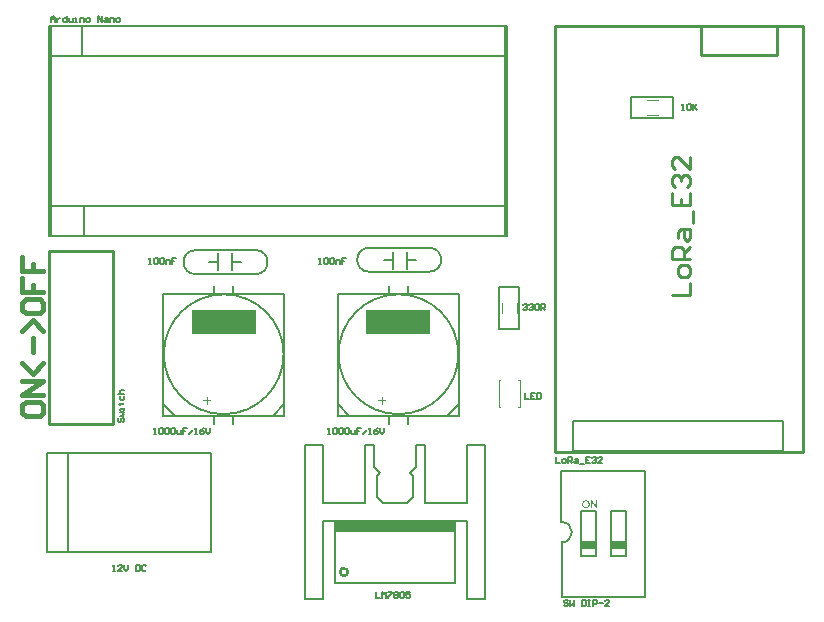
<source format=gto>
G04*
G04 #@! TF.GenerationSoftware,Altium Limited,Altium Designer,21.0.8 (223)*
G04*
G04 Layer_Color=65535*
%FSTAX24Y24*%
%MOIN*%
G70*
G04*
G04 #@! TF.SameCoordinates,D6642B81-7170-4B7A-B2B3-623539A33ABF*
G04*
G04*
G04 #@! TF.FilePolarity,Positive*
G04*
G01*
G75*
%ADD10C,0.0079*%
%ADD11C,0.0050*%
%ADD12C,0.0070*%
%ADD13C,0.0100*%
%ADD14C,0.0040*%
%ADD15C,0.0080*%
%ADD16C,0.0157*%
%ADD17R,0.0500X0.0250*%
%ADD18R,0.2165X0.0837*%
%ADD19R,0.3990X0.0360*%
%ADD20R,0.2165X0.0837*%
G36*
X032643Y033166D02*
X032608D01*
X032474Y033367D01*
Y033166D01*
X032442D01*
Y033422D01*
X032477D01*
X032611Y033221D01*
Y033422D01*
X032643D01*
Y033166D01*
D02*
G37*
G36*
X032282Y033426D02*
X032285D01*
X032289Y033426D01*
X032293Y033425D01*
X032298Y033425D01*
X032307Y033423D01*
X032318Y03342D01*
X032329Y033415D01*
X032335Y033413D01*
X03234Y03341D01*
X03234Y033409D01*
X032341Y033409D01*
X032343Y033408D01*
X032345Y033407D01*
X032347Y033405D01*
X03235Y033403D01*
X032356Y033398D01*
X032363Y033391D01*
X03237Y033383D01*
X032377Y033373D01*
X032383Y033362D01*
Y033362D01*
X032384Y033361D01*
X032385Y03336D01*
X032386Y033357D01*
X032387Y033354D01*
X032388Y033351D01*
X03239Y033347D01*
X032391Y033342D01*
X032392Y033338D01*
X032394Y033333D01*
X032395Y033327D01*
X032396Y033321D01*
X032398Y033308D01*
X032399Y033294D01*
Y033293D01*
Y033292D01*
Y03329D01*
X032398Y033287D01*
Y033284D01*
X032398Y03328D01*
X032397Y033275D01*
X032397Y03327D01*
X032395Y03326D01*
X032392Y033248D01*
X032388Y033236D01*
X032386Y03323D01*
X032383Y033224D01*
Y033224D01*
X032382Y033223D01*
X032381Y033221D01*
X03238Y033219D01*
X032378Y033216D01*
X032376Y033214D01*
X032371Y033207D01*
X032365Y033199D01*
X032357Y033192D01*
X032349Y033184D01*
X032338Y033177D01*
X032338D01*
X032337Y033177D01*
X032335Y033176D01*
X032333Y033175D01*
X03233Y033174D01*
X032328Y033173D01*
X032324Y033171D01*
X03232Y03317D01*
X032315Y033168D01*
X032311Y033167D01*
X0323Y033165D01*
X032288Y033163D01*
X032276Y033162D01*
X032272D01*
X03227Y033162D01*
X032267D01*
X032263Y033163D01*
X032259Y033163D01*
X032254Y033164D01*
X032244Y033166D01*
X032234Y033169D01*
X032222Y033174D01*
X032217Y033176D01*
X032211Y033179D01*
X032211Y03318D01*
X03221Y03318D01*
X032209Y033181D01*
X032207Y033183D01*
X032204Y033184D01*
X032202Y033186D01*
X032195Y033192D01*
X032188Y033199D01*
X032181Y033207D01*
X032174Y033216D01*
X032168Y033227D01*
Y033227D01*
X032167Y033228D01*
X032167Y03323D01*
X032166Y033232D01*
X032165Y033235D01*
X032164Y033238D01*
X032162Y033242D01*
X032161Y033246D01*
X03216Y033251D01*
X032158Y033256D01*
X032156Y033267D01*
X032154Y033278D01*
X032154Y033291D01*
Y033291D01*
Y033291D01*
Y033294D01*
X032154Y033297D01*
Y033301D01*
X032155Y033307D01*
X032155Y033313D01*
X032157Y03332D01*
X032158Y033327D01*
X03216Y033335D01*
X032162Y033343D01*
X032165Y033351D01*
X032168Y03336D01*
X032172Y033368D01*
X032177Y033376D01*
X032182Y033384D01*
X032188Y033391D01*
X032188Y033391D01*
X032189Y033392D01*
X032191Y033394D01*
X032194Y033396D01*
X032197Y033399D01*
X032201Y033402D01*
X032206Y033405D01*
X032212Y033409D01*
X032218Y033412D01*
X032224Y033415D01*
X032232Y033418D01*
X032239Y033421D01*
X032248Y033424D01*
X032257Y033425D01*
X032266Y033426D01*
X032276Y033427D01*
X032279D01*
X032282Y033426D01*
D02*
G37*
%LPC*%
G36*
X032276Y033398D02*
X032273D01*
X03227Y033397D01*
X032267Y033397D01*
X032264Y033396D01*
X032259Y033395D01*
X032255Y033395D01*
X032245Y033392D01*
X03224Y033389D01*
X032235Y033387D01*
X032229Y033384D01*
X032224Y033381D01*
X032219Y033377D01*
X032214Y033373D01*
X032214Y033372D01*
X032213Y033372D01*
X032212Y03337D01*
X03221Y033368D01*
X032208Y033365D01*
X032206Y033362D01*
X032204Y033358D01*
X032201Y033353D01*
X032199Y033348D01*
X032197Y033342D01*
X032194Y033335D01*
X032192Y033328D01*
X032191Y03332D01*
X03219Y03331D01*
X032189Y033301D01*
X032188Y03329D01*
Y03329D01*
Y033288D01*
Y033286D01*
X032189Y033283D01*
X032189Y033279D01*
X03219Y033274D01*
X032191Y033269D01*
X032191Y033264D01*
X032194Y033252D01*
X032197Y033246D01*
X032199Y03324D01*
X032202Y033234D01*
X032205Y033228D01*
X032209Y033223D01*
X032213Y033217D01*
X032214Y033217D01*
X032214Y033216D01*
X032216Y033215D01*
X032218Y033213D01*
X03222Y033211D01*
X032223Y033209D01*
X032227Y033207D01*
X03223Y033204D01*
X032235Y033202D01*
X032239Y033199D01*
X032245Y033197D01*
X03225Y033195D01*
X032256Y033193D01*
X032262Y033192D01*
X032269Y033191D01*
X032276Y033191D01*
X032278D01*
X032279Y033191D01*
X032282D01*
X032285Y033192D01*
X032289Y033192D01*
X032293Y033193D01*
X032298Y033194D01*
X032303Y033196D01*
X032308Y033197D01*
X032313Y033199D01*
X032319Y033202D01*
X032324Y033205D01*
X032329Y033209D01*
X032334Y033213D01*
X032339Y033217D01*
X032339Y033218D01*
X03234Y033219D01*
X032341Y03322D01*
X032343Y033223D01*
X032345Y033225D01*
X032347Y033229D01*
X032349Y033233D01*
X032352Y033237D01*
X032354Y033242D01*
X032356Y033248D01*
X032358Y033254D01*
X03236Y033261D01*
X032362Y033268D01*
X032363Y033277D01*
X032363Y033285D01*
X032364Y033294D01*
Y033294D01*
Y033296D01*
Y033297D01*
Y033299D01*
X032363Y033302D01*
Y033305D01*
X032363Y033308D01*
X032362Y033313D01*
X032361Y033321D01*
X032359Y03333D01*
X032357Y03334D01*
X032353Y033348D01*
Y033349D01*
X032353Y03335D01*
X032352Y033351D01*
X032351Y033352D01*
X032349Y033357D01*
X032345Y033362D01*
X032341Y033368D01*
X032335Y033374D01*
X032329Y033379D01*
X032322Y033385D01*
X032322D01*
X032321Y033385D01*
X03232Y033386D01*
X032318Y033387D01*
X032316Y033388D01*
X032314Y033389D01*
X032309Y033391D01*
X032302Y033394D01*
X032294Y033396D01*
X032285Y033397D01*
X032276Y033398D01*
D02*
G37*
%LPD*%
D10*
X031464Y032026D02*
G03*
X031464Y032706I0J00034D01*
G01*
X031857Y036081D02*
X038857D01*
X031857Y035081D02*
Y036081D01*
Y035081D02*
X038857D01*
Y036081D01*
X029578Y04823D02*
Y04923D01*
X019431Y04823D02*
X029579D01*
X019431Y04923D02*
X020279D01*
X020229D02*
X029578D01*
X014381Y04823D02*
Y04923D01*
X019578D01*
X014381Y04823D02*
X019578D01*
X015479D02*
Y04923D01*
X015529Y04223D02*
Y04323D01*
X014431Y04223D02*
X019628D01*
X014431Y04323D02*
X019628D01*
X014431Y04223D02*
Y04323D01*
X020279D02*
X029628D01*
X019481D02*
X020329D01*
X019481Y04223D02*
X029629D01*
X029628D02*
Y04323D01*
X029579Y04223D02*
Y04823D01*
Y04223D02*
X029629D01*
Y04923D01*
X029279D02*
X029629D01*
X014381Y04223D02*
Y04863D01*
Y04223D02*
X014529D01*
X014431Y04303D02*
Y04923D01*
X014381D02*
X014431D01*
X031454Y032716D02*
Y034416D01*
X03425D01*
X031464Y030216D02*
X03425D01*
Y034416D01*
X031464Y030216D02*
Y032026D01*
D11*
X026026Y040295D02*
G03*
X026017Y040295I0J-001604D01*
G01*
X028024Y038297D02*
G03*
X028024Y038297I-001998J0D01*
G01*
X0202Y040295D02*
G03*
X02019Y040295I0J-001604D01*
G01*
X022198Y038297D02*
G03*
X022198Y038297I-001998J0D01*
G01*
X033791Y046186D02*
Y046856D01*
X035191D01*
Y046186D02*
Y046856D01*
X033791Y046186D02*
X035191D01*
X032104Y031566D02*
X032604D01*
Y033066D01*
X032104D02*
X032604D01*
X032104Y031566D02*
Y033066D01*
X033104Y031566D02*
X033604D01*
Y033066D01*
X033104D02*
X033604D01*
X033104Y031566D02*
Y033066D01*
X029387Y039133D02*
Y040533D01*
Y039133D02*
X030057D01*
Y040533D01*
X029387D02*
X030057D01*
X026036Y040295D02*
X028054D01*
X028054Y03624D02*
Y040295D01*
X028054Y03624D02*
X028054Y03624D01*
X026026Y03624D02*
X028054D01*
X026017Y040295D02*
X026017Y040295D01*
X026036D02*
X026036Y040295D01*
X026026Y03624D02*
X02766D01*
X027326D02*
X027326Y03624D01*
X026026Y03624D02*
X027326D01*
X025721Y035984D02*
Y03624D01*
X02766Y03625D02*
X028054Y036644D01*
X026026Y03624D02*
X02707D01*
X026332Y035984D02*
Y03624D01*
X025721Y040295D02*
Y040561D01*
X026332Y040295D02*
Y040561D01*
X023999Y040295D02*
X026017D01*
X023999Y03624D02*
Y040295D01*
Y03624D02*
X023999Y03624D01*
X026026D01*
X024393D02*
X026026D01*
X024727Y03624D02*
X024727Y03624D01*
X026026D01*
X023999Y036644D02*
X024393Y03625D01*
X024983Y03624D02*
X026026D01*
X020209Y040295D02*
X022227D01*
X022227Y03624D02*
Y040295D01*
X022227Y03624D02*
X022227Y03624D01*
X0202Y03624D02*
X022227D01*
X02019Y040295D02*
X02019Y040295D01*
X020209D02*
X020209Y040295D01*
X0202Y03624D02*
X021833D01*
X021499D02*
X021499Y03624D01*
X0202Y03624D02*
X021499D01*
X019894Y035984D02*
Y03624D01*
X021833Y03625D02*
X022227Y036644D01*
X0202Y03624D02*
X021243D01*
X020505Y035984D02*
Y03624D01*
X019894Y040295D02*
Y040561D01*
X020505Y040295D02*
Y040561D01*
X018172Y040295D02*
X02019D01*
X018172Y03624D02*
Y040295D01*
Y03624D02*
X018172Y03624D01*
X0202D01*
X018566D02*
X0202D01*
X0189Y03624D02*
X0189Y03624D01*
X0202D01*
X018172Y036644D02*
X018566Y03625D01*
X019156Y03624D02*
X0202D01*
X030187Y039939D02*
X030221Y039972D01*
X030287D01*
X030321Y039939D01*
Y039905D01*
X030287Y039872D01*
X030254D01*
X030287D01*
X030321Y039839D01*
Y039805D01*
X030287Y039772D01*
X030221D01*
X030187Y039805D01*
X030387Y039939D02*
X030421Y039972D01*
X030487D01*
X030521Y039939D01*
Y039905D01*
X030487Y039872D01*
X030454D01*
X030487D01*
X030521Y039839D01*
Y039805D01*
X030487Y039772D01*
X030421D01*
X030387Y039805D01*
X030587Y039939D02*
X030621Y039972D01*
X030687D01*
X030721Y039939D01*
Y039805D01*
X030687Y039772D01*
X030621D01*
X030587Y039805D01*
Y039939D01*
X030787Y039772D02*
Y039972D01*
X030887D01*
X03092Y039939D01*
Y039872D01*
X030887Y039839D01*
X030787D01*
X030854D02*
X03092Y039772D01*
X035461Y046426D02*
X035528D01*
X035495D01*
Y046626D01*
X035461Y046592D01*
X035628D02*
X035661Y046626D01*
X035728D01*
X035761Y046592D01*
Y046459D01*
X035728Y046426D01*
X035661D01*
X035628Y046459D01*
Y046592D01*
X035828Y046626D02*
Y046426D01*
Y046492D01*
X035961Y046626D01*
X035861Y046526D01*
X035961Y046426D01*
X030248Y037019D02*
Y036819D01*
X030381D01*
X030581Y037019D02*
X030448D01*
Y036819D01*
X030581D01*
X030448Y036919D02*
X030515D01*
X030648Y037019D02*
Y036819D01*
X030748D01*
X030781Y036853D01*
Y036986D01*
X030748Y037019D01*
X030648D01*
X025263Y030366D02*
Y030166D01*
X025396D01*
X025463D02*
Y030366D01*
X02553Y030299D01*
X025596Y030366D01*
Y030166D01*
X025663Y030366D02*
X025796D01*
Y030332D01*
X025663Y030199D01*
Y030166D01*
X025863Y030332D02*
X025896Y030366D01*
X025963D01*
X025996Y030332D01*
Y030299D01*
X025963Y030266D01*
X025996Y030232D01*
Y030199D01*
X025963Y030166D01*
X025896D01*
X025863Y030199D01*
Y030232D01*
X025896Y030266D01*
X025863Y030299D01*
Y030332D01*
X025896Y030266D02*
X025963D01*
X026063Y030332D02*
X026096Y030366D01*
X026163D01*
X026196Y030332D01*
Y030199D01*
X026163Y030166D01*
X026096D01*
X026063Y030199D01*
Y030332D01*
X026396Y030366D02*
X026263D01*
Y030266D01*
X026329Y030299D01*
X026363D01*
X026396Y030266D01*
Y030199D01*
X026363Y030166D01*
X026296D01*
X026263Y030199D01*
X023372Y041308D02*
X023438D01*
X023405D01*
Y041507D01*
X023372Y041474D01*
X023538D02*
X023572Y041507D01*
X023638D01*
X023672Y041474D01*
Y041341D01*
X023638Y041308D01*
X023572D01*
X023538Y041341D01*
Y041474D01*
X023738D02*
X023772Y041507D01*
X023838D01*
X023872Y041474D01*
Y041341D01*
X023838Y041308D01*
X023772D01*
X023738Y041341D01*
Y041474D01*
X023938Y041308D02*
Y041441D01*
X024038D01*
X024072Y041407D01*
Y041308D01*
X024272Y041507D02*
X024138D01*
Y041407D01*
X024205D01*
X024138D01*
Y041308D01*
X017703D02*
X017769D01*
X017736D01*
Y041507D01*
X017703Y041474D01*
X017869D02*
X017902Y041507D01*
X017969D01*
X018002Y041474D01*
Y041341D01*
X017969Y041308D01*
X017902D01*
X017869Y041341D01*
Y041474D01*
X018069D02*
X018102Y041507D01*
X018169D01*
X018202Y041474D01*
Y041341D01*
X018169Y041308D01*
X018102D01*
X018069Y041341D01*
Y041474D01*
X018269Y041308D02*
Y041441D01*
X018369D01*
X018402Y041407D01*
Y041308D01*
X018602Y041507D02*
X018469D01*
Y041407D01*
X018536D01*
X018469D01*
Y041308D01*
X017889Y035638D02*
X017955D01*
X017922D01*
Y035838D01*
X017889Y035805D01*
X018055D02*
X018089Y035838D01*
X018155D01*
X018189Y035805D01*
Y035672D01*
X018155Y035638D01*
X018089D01*
X018055Y035672D01*
Y035805D01*
X018255D02*
X018288Y035838D01*
X018355D01*
X018388Y035805D01*
Y035672D01*
X018355Y035638D01*
X018288D01*
X018255Y035672D01*
Y035805D01*
X018455D02*
X018488Y035838D01*
X018555D01*
X018588Y035805D01*
Y035672D01*
X018555Y035638D01*
X018488D01*
X018455Y035672D01*
Y035805D01*
X018655Y035772D02*
Y035672D01*
X018688Y035638D01*
X018788D01*
Y035772D01*
X018988Y035838D02*
X018855D01*
Y035738D01*
X018922D01*
X018855D01*
Y035638D01*
X019055D02*
X019188Y035772D01*
X019255Y035638D02*
X019321D01*
X019288D01*
Y035838D01*
X019255Y035805D01*
X019555Y035838D02*
X019488Y035805D01*
X019421Y035738D01*
Y035672D01*
X019455Y035638D01*
X019521D01*
X019555Y035672D01*
Y035705D01*
X019521Y035738D01*
X019421D01*
X019621Y035838D02*
Y035705D01*
X019688Y035638D01*
X019755Y035705D01*
Y035838D01*
X016708Y036165D02*
X016674Y036132D01*
Y036065D01*
X016708Y036032D01*
X016741D01*
X016774Y036065D01*
Y036132D01*
X016808Y036165D01*
X016841D01*
X016874Y036132D01*
Y036065D01*
X016841Y036032D01*
X016741Y036232D02*
X016841D01*
X016874Y036265D01*
X016841Y036298D01*
X016874Y036332D01*
X016841Y036365D01*
X016741D01*
X016874Y036432D02*
Y036498D01*
Y036465D01*
X016741D01*
Y036432D01*
X016708Y036632D02*
X016741D01*
Y036598D01*
Y036665D01*
Y036632D01*
X016841D01*
X016874Y036665D01*
X016741Y036898D02*
Y036798D01*
X016774Y036765D01*
X016841D01*
X016874Y036798D01*
Y036898D01*
X016674Y036965D02*
X016874D01*
X016774D01*
X016741Y036998D01*
Y037065D01*
X016774Y037098D01*
X016874D01*
X0165Y031071D02*
X016567D01*
X016533D01*
Y031271D01*
X0165Y031238D01*
X0168Y031071D02*
X016667D01*
X0168Y031205D01*
Y031238D01*
X016767Y031271D01*
X0167D01*
X016667Y031238D01*
X016867Y031271D02*
Y031138D01*
X016933Y031071D01*
X017Y031138D01*
Y031271D01*
X017267D02*
Y031071D01*
X017367D01*
X0174Y031105D01*
Y031238D01*
X017367Y031271D01*
X017267D01*
X0176Y031238D02*
X017566Y031271D01*
X0175D01*
X017467Y031238D01*
Y031105D01*
X0175Y031071D01*
X017566D01*
X0176Y031105D01*
X023676Y035638D02*
X023743D01*
X023709D01*
Y035838D01*
X023676Y035805D01*
X023843D02*
X023876Y035838D01*
X023943D01*
X023976Y035805D01*
Y035672D01*
X023943Y035638D01*
X023876D01*
X023843Y035672D01*
Y035805D01*
X024043D02*
X024076Y035838D01*
X024143D01*
X024176Y035805D01*
Y035672D01*
X024143Y035638D01*
X024076D01*
X024043Y035672D01*
Y035805D01*
X024243D02*
X024276Y035838D01*
X024342D01*
X024376Y035805D01*
Y035672D01*
X024342Y035638D01*
X024276D01*
X024243Y035672D01*
Y035805D01*
X024442Y035772D02*
Y035672D01*
X024476Y035638D01*
X024576D01*
Y035772D01*
X024776Y035838D02*
X024642D01*
Y035738D01*
X024709D01*
X024642D01*
Y035638D01*
X024842D02*
X024976Y035772D01*
X025042Y035638D02*
X025109D01*
X025076D01*
Y035838D01*
X025042Y035805D01*
X025342Y035838D02*
X025276Y035805D01*
X025209Y035738D01*
Y035672D01*
X025242Y035638D01*
X025309D01*
X025342Y035672D01*
Y035705D01*
X025309Y035738D01*
X025209D01*
X025409Y035838D02*
Y035705D01*
X025475Y035638D01*
X025542Y035705D01*
Y035838D01*
X014444Y049378D02*
Y049512D01*
X01451Y049578D01*
X014577Y049512D01*
Y049378D01*
Y049478D01*
X014444D01*
X014644Y049512D02*
Y049378D01*
Y049445D01*
X014677Y049478D01*
X01471Y049512D01*
X014744D01*
X014977Y049578D02*
Y049378D01*
X014877D01*
X014844Y049412D01*
Y049478D01*
X014877Y049512D01*
X014977D01*
X015043D02*
Y049412D01*
X015077Y049378D01*
X015177D01*
Y049512D01*
X015243Y049378D02*
X01531D01*
X015277D01*
Y049512D01*
X015243D01*
X01541Y049378D02*
Y049512D01*
X01551D01*
X015543Y049478D01*
Y049378D01*
X015643D02*
X01571D01*
X015743Y049412D01*
Y049478D01*
X01571Y049512D01*
X015643D01*
X01561Y049478D01*
Y049412D01*
X015643Y049378D01*
X01601D02*
Y049578D01*
X016143Y049378D01*
Y049578D01*
X016243Y049512D02*
X01631D01*
X016343Y049478D01*
Y049378D01*
X016243D01*
X01621Y049412D01*
X016243Y049445D01*
X016343D01*
X01641Y049378D02*
Y049512D01*
X01651D01*
X016543Y049478D01*
Y049378D01*
X016643D02*
X01671D01*
X016743Y049412D01*
Y049478D01*
X01671Y049512D01*
X016643D01*
X01661Y049478D01*
Y049412D01*
X016643Y049378D01*
X03167Y030057D02*
X031636Y03009D01*
X03157D01*
X031536Y030057D01*
Y030023D01*
X03157Y02999D01*
X031636D01*
X03167Y029957D01*
Y029924D01*
X031636Y02989D01*
X03157D01*
X031536Y029924D01*
X031736Y03009D02*
Y02989D01*
X031803Y029957D01*
X03187Y02989D01*
Y03009D01*
X032136D02*
Y02989D01*
X032236D01*
X03227Y029924D01*
Y030057D01*
X032236Y03009D01*
X032136D01*
X032336D02*
X032403D01*
X03237D01*
Y02989D01*
X032336D01*
X032403D01*
X032503D02*
Y03009D01*
X032603D01*
X032636Y030057D01*
Y02999D01*
X032603Y029957D01*
X032503D01*
X032703Y02999D02*
X032836D01*
X033036Y02989D02*
X032903D01*
X033036Y030023D01*
Y030057D01*
X033003Y03009D01*
X032936D01*
X032903Y030057D01*
X031284Y034871D02*
Y034671D01*
X031417D01*
X031517D02*
X031583D01*
X031617Y034704D01*
Y034771D01*
X031583Y034804D01*
X031517D01*
X031484Y034771D01*
Y034704D01*
X031517Y034671D01*
X031683D02*
Y034871D01*
X031783D01*
X031817Y034837D01*
Y034771D01*
X031783Y034737D01*
X031683D01*
X03175D02*
X031817Y034671D01*
X031917Y034804D02*
X031983D01*
X032017Y034771D01*
Y034671D01*
X031917D01*
X031883Y034704D01*
X031917Y034737D01*
X032017D01*
X032083Y034637D02*
X032217D01*
X032417Y034871D02*
X032283D01*
Y034671D01*
X032417D01*
X032283Y034771D02*
X03235D01*
X032483Y034837D02*
X032517Y034871D01*
X032583D01*
X032616Y034837D01*
Y034804D01*
X032583Y034771D01*
X03255D01*
X032583D01*
X032616Y034737D01*
Y034704D01*
X032583Y034671D01*
X032517D01*
X032483Y034704D01*
X032816Y034671D02*
X032683D01*
X032816Y034804D01*
Y034837D01*
X032783Y034871D01*
X032716D01*
X032683Y034837D01*
D12*
X02505Y041847D02*
G03*
X02505Y041047I0J-0004D01*
G01*
X02705D02*
G03*
X02705Y041847I0J0004D01*
G01*
X021263Y040968D02*
G03*
X021263Y041768I0J0004D01*
G01*
X019263D02*
G03*
X019263Y040968I0J-0004D01*
G01*
X02555Y041447D02*
X02585D01*
X0263D02*
X0266D01*
X02585Y041147D02*
Y041697D01*
X0263Y041147D02*
Y041697D01*
X02505Y041847D02*
X02705D01*
X02505Y041047D02*
X02705D01*
X027893Y03243D02*
X027898Y03236D01*
X023908Y03243D02*
X027893D01*
X023918Y03067D02*
X024148D01*
X023908Y03068D02*
X023918Y03067D01*
X023908Y03068D02*
Y03273D01*
X027898D01*
Y03068D02*
Y03273D01*
Y03068D02*
X027908Y03067D01*
X024148D02*
X027908D01*
X015026Y031694D02*
Y034994D01*
X014326Y031694D02*
X019776D01*
X014326Y034994D02*
X019776D01*
Y031694D02*
Y034994D01*
X014326Y031694D02*
Y034994D01*
X020463Y041368D02*
X020763D01*
X019713D02*
X020013D01*
X020463Y041118D02*
Y041668D01*
X020013Y041118D02*
Y041668D01*
X019263Y040968D02*
X021263D01*
X019263Y041768D02*
X021263D01*
D13*
X024338Y03104D02*
G03*
X024338Y03104I-00013J0D01*
G01*
X036107Y048281D02*
X038657D01*
X036107Y049231D02*
X038657D01*
X036107Y048281D02*
Y049231D01*
X038657Y048281D02*
Y049231D01*
X031257Y035031D02*
X039507D01*
X031257Y049231D02*
X039507D01*
X031257Y035031D02*
Y049231D01*
X039507Y035031D02*
Y049231D01*
X016511Y035986D02*
Y041736D01*
X014361D02*
X016511D01*
X014361Y035986D02*
Y041736D01*
Y035986D02*
X016511D01*
X035157Y040281D02*
X035757D01*
Y04068D01*
Y04098D02*
Y04118D01*
X035657Y04128D01*
X035457D01*
X035357Y04118D01*
Y04098D01*
X035457Y04088D01*
X035657D01*
X035757Y04098D01*
Y04148D02*
X035157D01*
Y04178D01*
X035257Y04188D01*
X035457D01*
X035557Y04178D01*
Y04148D01*
Y04168D02*
X035757Y04188D01*
X035357Y04218D02*
Y04238D01*
X035457Y04248D01*
X035757D01*
Y04218D01*
X035657Y04208D01*
X035557Y04218D01*
Y04248D01*
X035857Y04268D02*
Y04308D01*
X035157Y043679D02*
Y04328D01*
X035757D01*
Y043679D01*
X035457Y04328D02*
Y04348D01*
X035257Y043879D02*
X035157Y043979D01*
Y044179D01*
X035257Y044279D01*
X035357D01*
X035457Y044179D01*
Y044079D01*
Y044179D01*
X035557Y044279D01*
X035657D01*
X035757Y044179D01*
Y043979D01*
X035657Y043879D01*
X035757Y044879D02*
Y044479D01*
X035357Y044879D01*
X035257D01*
X035157Y044779D01*
Y044579D01*
X035257Y044479D01*
D14*
X034321Y046276D02*
X034661D01*
X034321Y046776D02*
X034661D01*
X029977Y039663D02*
Y040003D01*
X029477Y039663D02*
Y040003D01*
X030027Y036526D02*
X030077D01*
Y037426D01*
X030027D02*
X030077D01*
X029377Y036526D02*
X029427D01*
X029377D02*
Y037426D01*
X029427D01*
X025468Y036644D02*
Y036877D01*
X025351Y03676D02*
X025584D01*
X019641Y036644D02*
Y036877D01*
X019524Y03676D02*
X019757D01*
D15*
X023508Y03273D02*
X028308D01*
X028908Y03013D02*
Y03528D01*
X028308D02*
X028908D01*
X028308Y03333D02*
Y03528D01*
X026908Y03333D02*
X028308D01*
X026908D02*
Y03528D01*
X026608D02*
X026908D01*
X026608Y03453D02*
Y03528D01*
X026408Y03433D02*
X026608Y03453D01*
X026408Y03433D02*
X026508Y03423D01*
Y03353D02*
Y03423D01*
X026308Y03333D02*
X026508Y03353D01*
X025308D02*
X025508Y03333D01*
X025308Y03353D02*
Y03423D01*
X025408Y03433D01*
X025208Y03453D02*
X025408Y03433D01*
X025208Y03453D02*
Y03528D01*
X024908D02*
X025208D01*
X024908Y03333D02*
Y03528D01*
X023508Y03333D02*
X024908D01*
X023508D02*
Y03528D01*
X022908D02*
X023508D01*
X025508Y03333D02*
X026308D01*
X022908Y03013D02*
Y03528D01*
Y03013D02*
X023508D01*
Y03273D01*
X028308Y03013D02*
Y03273D01*
Y03013D02*
X028908D01*
D16*
X013477Y03659D02*
Y036354D01*
X013595Y036236D01*
X014068D01*
X014186Y036354D01*
Y03659D01*
X014068Y036709D01*
X013595D01*
X013477Y03659D01*
X014186Y036945D02*
X013477D01*
X014186Y037417D01*
X013477D01*
X014186Y038007D02*
X013832Y037653D01*
X013477Y038007D01*
X013832Y038362D02*
Y038834D01*
X014186Y03907D02*
X013832Y039424D01*
X013477Y03907D01*
Y040015D02*
Y039778D01*
X013595Y03966D01*
X014068D01*
X014186Y039778D01*
Y040015D01*
X014068Y040133D01*
X013595D01*
X013477Y040015D01*
Y040841D02*
Y040369D01*
X013832D01*
Y040605D01*
Y040369D01*
X014186D01*
X013477Y041549D02*
Y041077D01*
X013832D01*
Y041313D01*
Y041077D01*
X014186D01*
D17*
X032354Y031941D02*
D03*
X033354D02*
D03*
D18*
X026026Y039355D02*
D03*
D19*
X025893Y03254D02*
D03*
D20*
X0202Y039355D02*
D03*
M02*

</source>
